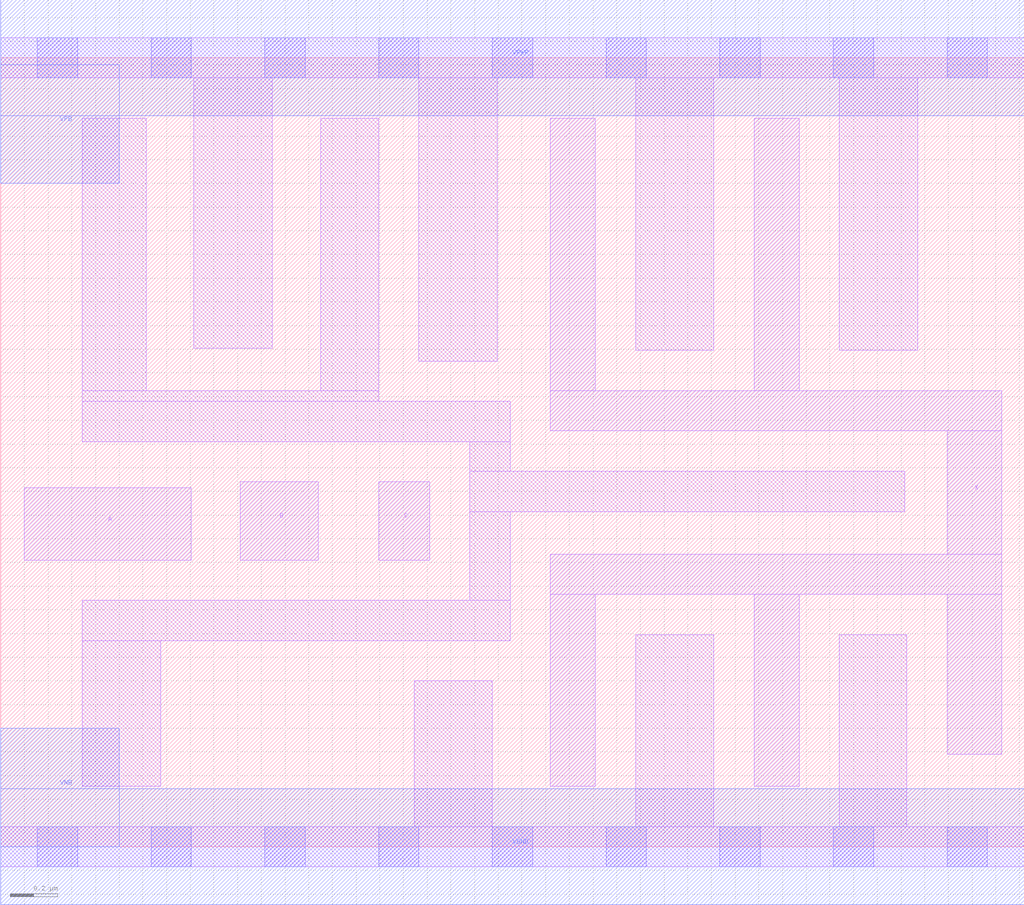
<source format=lef>
# Copyright 2020 The SkyWater PDK Authors
#
# Licensed under the Apache License, Version 2.0 (the "License");
# you may not use this file except in compliance with the License.
# You may obtain a copy of the License at
#
#     https://www.apache.org/licenses/LICENSE-2.0
#
# Unless required by applicable law or agreed to in writing, software
# distributed under the License is distributed on an "AS IS" BASIS,
# WITHOUT WARRANTIES OR CONDITIONS OF ANY KIND, either express or implied.
# See the License for the specific language governing permissions and
# limitations under the License.
#
# SPDX-License-Identifier: Apache-2.0

VERSION 5.5 ;
NAMESCASESENSITIVE ON ;
BUSBITCHARS "[]" ;
DIVIDERCHAR "/" ;
MACRO sky130_fd_sc_lp__and3_4
  CLASS CORE ;
  SOURCE USER ;
  ORIGIN  0.000000  0.000000 ;
  SIZE  4.320000 BY  3.330000 ;
  SYMMETRY X Y R90 ;
  SITE unit ;
  PIN A
    ANTENNAGATEAREA  0.315000 ;
    DIRECTION INPUT ;
    USE SIGNAL ;
    PORT
      LAYER li1 ;
        RECT 0.100000 1.210000 0.805000 1.515000 ;
    END
  END A
  PIN B
    ANTENNAGATEAREA  0.315000 ;
    DIRECTION INPUT ;
    USE SIGNAL ;
    PORT
      LAYER li1 ;
        RECT 1.010000 1.210000 1.340000 1.540000 ;
    END
  END B
  PIN C
    ANTENNAGATEAREA  0.315000 ;
    DIRECTION INPUT ;
    USE SIGNAL ;
    PORT
      LAYER li1 ;
        RECT 1.595000 1.210000 1.810000 1.540000 ;
    END
  END C
  PIN X
    ANTENNADIFFAREA  1.176000 ;
    DIRECTION OUTPUT ;
    USE SIGNAL ;
    PORT
      LAYER li1 ;
        RECT 2.320000 0.255000 2.510000 1.065000 ;
        RECT 2.320000 1.065000 4.225000 1.235000 ;
        RECT 2.320000 1.755000 4.225000 1.925000 ;
        RECT 2.320000 1.925000 2.510000 3.075000 ;
        RECT 3.180000 0.255000 3.370000 1.065000 ;
        RECT 3.180000 1.925000 3.370000 3.075000 ;
        RECT 3.995000 0.390000 4.225000 1.065000 ;
        RECT 3.995000 1.235000 4.225000 1.755000 ;
    END
  END X
  PIN VGND
    DIRECTION INOUT ;
    USE GROUND ;
    PORT
      LAYER met1 ;
        RECT 0.000000 -0.245000 4.320000 0.245000 ;
    END
  END VGND
  PIN VNB
    DIRECTION INOUT ;
    USE GROUND ;
    PORT
      LAYER met1 ;
        RECT 0.000000 0.000000 0.500000 0.500000 ;
    END
  END VNB
  PIN VPB
    DIRECTION INOUT ;
    USE POWER ;
    PORT
      LAYER met1 ;
        RECT 0.000000 2.800000 0.500000 3.300000 ;
    END
  END VPB
  PIN VPWR
    DIRECTION INOUT ;
    USE POWER ;
    PORT
      LAYER met1 ;
        RECT 0.000000 3.085000 4.320000 3.575000 ;
    END
  END VPWR
  OBS
    LAYER li1 ;
      RECT 0.000000 -0.085000 4.320000 0.085000 ;
      RECT 0.000000  3.245000 4.320000 3.415000 ;
      RECT 0.345000  0.255000 0.675000 0.870000 ;
      RECT 0.345000  0.870000 2.150000 1.040000 ;
      RECT 0.345000  1.710000 2.150000 1.880000 ;
      RECT 0.345000  1.880000 1.595000 1.925000 ;
      RECT 0.345000  1.925000 0.615000 3.075000 ;
      RECT 0.815000  2.105000 1.145000 3.245000 ;
      RECT 1.350000  1.925000 1.595000 3.075000 ;
      RECT 1.745000  0.085000 2.075000 0.700000 ;
      RECT 1.765000  2.050000 2.095000 3.245000 ;
      RECT 1.980000  1.040000 2.150000 1.415000 ;
      RECT 1.980000  1.415000 3.815000 1.585000 ;
      RECT 1.980000  1.585000 2.150000 1.710000 ;
      RECT 2.680000  0.085000 3.010000 0.895000 ;
      RECT 2.680000  2.095000 3.010000 3.245000 ;
      RECT 3.540000  0.085000 3.825000 0.895000 ;
      RECT 3.540000  2.095000 3.870000 3.245000 ;
    LAYER mcon ;
      RECT 0.155000 -0.085000 0.325000 0.085000 ;
      RECT 0.155000  3.245000 0.325000 3.415000 ;
      RECT 0.635000 -0.085000 0.805000 0.085000 ;
      RECT 0.635000  3.245000 0.805000 3.415000 ;
      RECT 1.115000 -0.085000 1.285000 0.085000 ;
      RECT 1.115000  3.245000 1.285000 3.415000 ;
      RECT 1.595000 -0.085000 1.765000 0.085000 ;
      RECT 1.595000  3.245000 1.765000 3.415000 ;
      RECT 2.075000 -0.085000 2.245000 0.085000 ;
      RECT 2.075000  3.245000 2.245000 3.415000 ;
      RECT 2.555000 -0.085000 2.725000 0.085000 ;
      RECT 2.555000  3.245000 2.725000 3.415000 ;
      RECT 3.035000 -0.085000 3.205000 0.085000 ;
      RECT 3.035000  3.245000 3.205000 3.415000 ;
      RECT 3.515000 -0.085000 3.685000 0.085000 ;
      RECT 3.515000  3.245000 3.685000 3.415000 ;
      RECT 3.995000 -0.085000 4.165000 0.085000 ;
      RECT 3.995000  3.245000 4.165000 3.415000 ;
  END
END sky130_fd_sc_lp__and3_4

</source>
